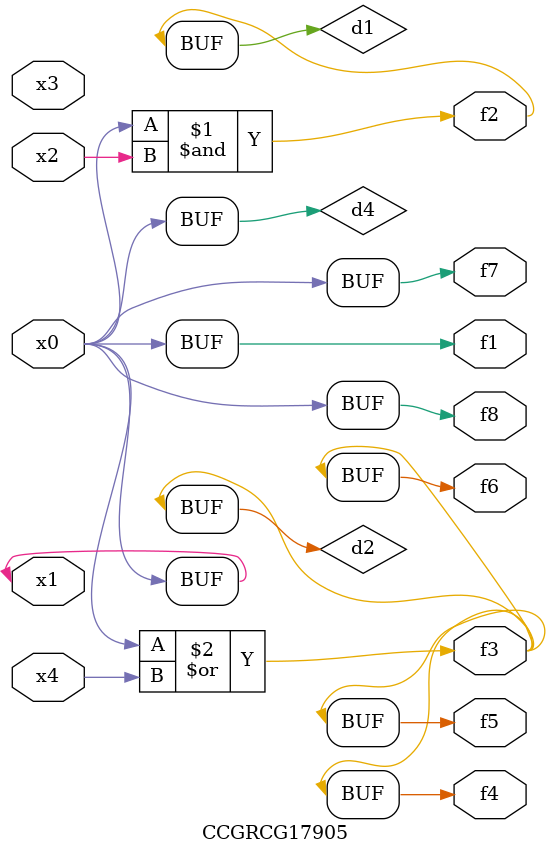
<source format=v>
module CCGRCG17905(
	input x0, x1, x2, x3, x4,
	output f1, f2, f3, f4, f5, f6, f7, f8
);

	wire d1, d2, d3, d4;

	and (d1, x0, x2);
	or (d2, x0, x4);
	nand (d3, x0, x2);
	buf (d4, x0, x1);
	assign f1 = d4;
	assign f2 = d1;
	assign f3 = d2;
	assign f4 = d2;
	assign f5 = d2;
	assign f6 = d2;
	assign f7 = d4;
	assign f8 = d4;
endmodule

</source>
